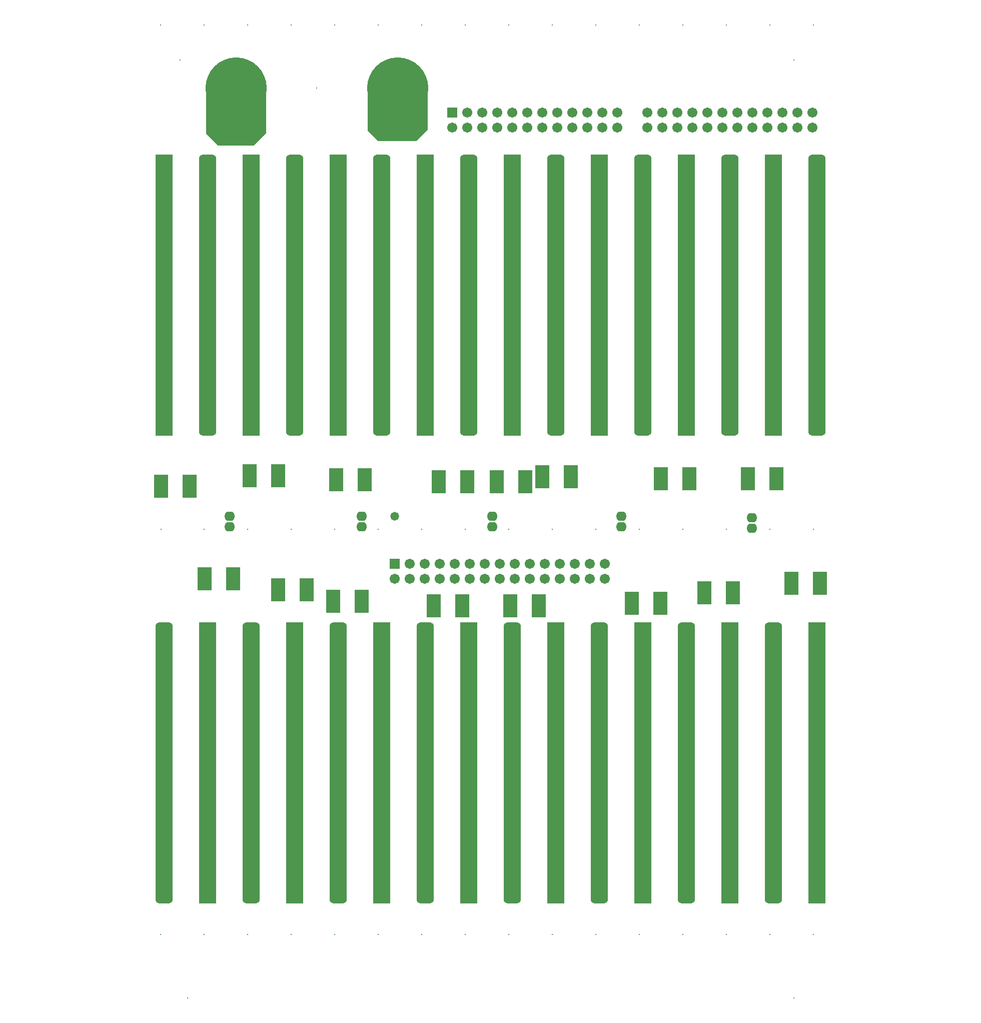
<source format=gts>
%FSLAX25Y25*%
%MOIN*%
G70*
G01*
G75*
G04 Layer_Color=8388736*
%ADD10R,0.09000X0.15000*%
%ADD11C,0.05000*%
%ADD12C,0.02500*%
%ADD13R,0.46000X0.47000*%
%ADD14R,0.35500X1.86000*%
%ADD15R,0.36000X1.86000*%
%ADD16R,0.37000X1.86000*%
%ADD17R,0.36500X1.86000*%
%ADD18R,0.39000X1.87000*%
%ADD19R,0.37000X1.87000*%
%ADD20R,0.37500X1.87000*%
%ADD21R,0.38000X1.87000*%
%ADD22R,0.15000X1.88000*%
%ADD23O,0.06300X0.05500*%
%ADD24C,0.40000*%
%ADD25R,0.05906X0.05906*%
%ADD26C,0.05906*%
%ADD27C,0.05906*%
%ADD28R,0.10780X1.86811*%
G04:AMPARAMS|DCode=29|XSize=1868.11mil|YSize=107.8mil|CornerRadius=26.95mil|HoleSize=0mil|Usage=FLASHONLY|Rotation=270.000|XOffset=0mil|YOffset=0mil|HoleType=Round|Shape=RoundedRectangle|*
%AMROUNDEDRECTD29*
21,1,1.86811,0.05390,0,0,270.0*
21,1,1.81421,0.10780,0,0,270.0*
1,1,0.05390,-0.02695,-0.90711*
1,1,0.05390,-0.02695,0.90711*
1,1,0.05390,0.02695,0.90711*
1,1,0.05390,0.02695,-0.90711*
%
%ADD29ROUNDEDRECTD29*%
%ADD30C,0.05000*%
%ADD31C,0.01000*%
%ADD32C,0.01500*%
%ADD33R,0.43000X0.45000*%
%ADD34R,0.37500X1.86000*%
%ADD35C,0.00700*%
%ADD36C,0.00787*%
%ADD37C,0.00800*%
%ADD38R,0.09800X0.15800*%
%ADD39O,0.07100X0.06300*%
%ADD40C,0.40800*%
%ADD41R,0.06706X0.06706*%
%ADD42C,0.06706*%
%ADD43C,0.06706*%
%ADD44R,0.11580X1.87611*%
G04:AMPARAMS|DCode=45|XSize=1876.11mil|YSize=115.8mil|CornerRadius=30.95mil|HoleSize=0mil|Usage=FLASHONLY|Rotation=270.000|XOffset=0mil|YOffset=0mil|HoleType=Round|Shape=RoundedRectangle|*
%AMROUNDEDRECTD45*
21,1,1.87611,0.05390,0,0,270.0*
21,1,1.81421,0.11580,0,0,270.0*
1,1,0.06190,-0.02695,-0.90711*
1,1,0.06190,-0.02695,0.90711*
1,1,0.06190,0.02695,0.90711*
1,1,0.06190,0.02695,-0.90711*
%
%ADD45ROUNDEDRECTD45*%
%ADD46C,0.00800*%
%ADD47C,0.05800*%
G36*
X82500Y606500D02*
X74000Y598000D01*
X50500D01*
X42500Y606000D01*
Y636500D01*
X82500D01*
Y606500D01*
D02*
G37*
G36*
X190000Y608500D02*
X182500Y601000D01*
X157000D01*
X150000Y608000D01*
Y638000D01*
X190000D01*
Y608500D01*
D02*
G37*
D38*
X12500Y371000D02*
D03*
X31500D02*
D03*
X41500Y309500D02*
D03*
X60500D02*
D03*
X71500Y378000D02*
D03*
X90500D02*
D03*
Y302000D02*
D03*
X109500D02*
D03*
X129000Y375500D02*
D03*
X148000D02*
D03*
X127000Y294500D02*
D03*
X146000D02*
D03*
X197500Y374000D02*
D03*
X216500D02*
D03*
X213000Y291500D02*
D03*
X194000D02*
D03*
X255000Y374000D02*
D03*
X236000D02*
D03*
X264000Y291500D02*
D03*
X245000D02*
D03*
X266500Y377500D02*
D03*
X285500D02*
D03*
X326000Y293000D02*
D03*
X345000D02*
D03*
X345500Y376000D02*
D03*
X364500D02*
D03*
X374500Y300000D02*
D03*
X393500D02*
D03*
X403500Y376000D02*
D03*
X422500D02*
D03*
X432500Y306500D02*
D03*
X451500D02*
D03*
D39*
X58000Y343957D02*
D03*
Y351043D02*
D03*
X146000Y343957D02*
D03*
Y351043D02*
D03*
X233000Y343957D02*
D03*
Y351043D02*
D03*
X319000Y343957D02*
D03*
Y351043D02*
D03*
X406000Y342957D02*
D03*
Y350043D02*
D03*
D40*
X170000Y636500D02*
D03*
X62500D02*
D03*
D41*
X206500Y620000D02*
D03*
X168000Y319500D02*
D03*
D42*
X206500Y610000D02*
D03*
X216500Y620000D02*
D03*
Y610000D02*
D03*
X226500Y620000D02*
D03*
Y610000D02*
D03*
X236500Y620000D02*
D03*
Y610000D02*
D03*
X246500Y620000D02*
D03*
Y610000D02*
D03*
X256500Y620000D02*
D03*
Y610000D02*
D03*
X266500Y620000D02*
D03*
Y610000D02*
D03*
X276500Y620000D02*
D03*
Y610000D02*
D03*
X286500Y620000D02*
D03*
Y610000D02*
D03*
X296500Y620000D02*
D03*
Y610000D02*
D03*
X306500Y620000D02*
D03*
Y610000D02*
D03*
X316500Y620000D02*
D03*
Y610000D02*
D03*
X336500Y620000D02*
D03*
Y610000D02*
D03*
X346500Y620000D02*
D03*
Y610000D02*
D03*
X356500Y620000D02*
D03*
Y610000D02*
D03*
X366500Y620000D02*
D03*
Y610000D02*
D03*
X376500Y620000D02*
D03*
Y610000D02*
D03*
X386500Y620000D02*
D03*
Y610000D02*
D03*
X396500Y620000D02*
D03*
Y610000D02*
D03*
X406500Y620000D02*
D03*
Y610000D02*
D03*
X416500Y620000D02*
D03*
Y610000D02*
D03*
X426500Y620000D02*
D03*
Y610000D02*
D03*
X436500Y620000D02*
D03*
Y610000D02*
D03*
X446500Y620000D02*
D03*
Y610000D02*
D03*
X308000Y319500D02*
D03*
Y309500D02*
D03*
X298000D02*
D03*
Y319500D02*
D03*
X278000Y309500D02*
D03*
Y319500D02*
D03*
X268000Y309500D02*
D03*
Y319500D02*
D03*
X258000Y309500D02*
D03*
Y319500D02*
D03*
X248000Y309500D02*
D03*
Y319500D02*
D03*
X238000Y309500D02*
D03*
Y319500D02*
D03*
X228000Y309500D02*
D03*
Y319500D02*
D03*
X218000Y309500D02*
D03*
Y319500D02*
D03*
X208000Y309500D02*
D03*
Y319500D02*
D03*
X198000Y309500D02*
D03*
Y319500D02*
D03*
X188000Y309500D02*
D03*
Y319500D02*
D03*
X178000Y309500D02*
D03*
Y319500D02*
D03*
X168000Y309500D02*
D03*
D43*
X288000D02*
D03*
Y319500D02*
D03*
D44*
X449500Y186716D02*
D03*
X420500Y498283D02*
D03*
X391500Y186716D02*
D03*
X362500Y498283D02*
D03*
X333500Y186716D02*
D03*
X304500Y498283D02*
D03*
X275500Y186716D02*
D03*
X246500Y498283D02*
D03*
X217500Y186716D02*
D03*
X101500D02*
D03*
X43500D02*
D03*
X188500Y498283D02*
D03*
X159500Y186716D02*
D03*
X130500Y498283D02*
D03*
X72500D02*
D03*
X14500D02*
D03*
D45*
X449500D02*
D03*
X420500Y186716D02*
D03*
X391500Y498283D02*
D03*
X362500Y186716D02*
D03*
X333500Y498283D02*
D03*
X304500Y186716D02*
D03*
X275500Y498283D02*
D03*
X246500Y186716D02*
D03*
X217500Y498283D02*
D03*
X101500D02*
D03*
X43500D02*
D03*
X188500Y186716D02*
D03*
X159500Y498283D02*
D03*
X130500Y186716D02*
D03*
X72500D02*
D03*
X14500D02*
D03*
D46*
X116000Y636500D02*
D03*
X434000Y30000D02*
D03*
X30000D02*
D03*
X25000Y655000D02*
D03*
X434000D02*
D03*
X447100Y72200D02*
D03*
X418100D02*
D03*
X389100D02*
D03*
X360100D02*
D03*
X331100D02*
D03*
X302100D02*
D03*
X273100D02*
D03*
X244100D02*
D03*
X215100D02*
D03*
X186100D02*
D03*
X157100D02*
D03*
X128100D02*
D03*
X99100D02*
D03*
X41100D02*
D03*
X12100D02*
D03*
X70100D02*
D03*
X447100Y342200D02*
D03*
X418100D02*
D03*
X389100D02*
D03*
X360100D02*
D03*
X331100D02*
D03*
X302100D02*
D03*
X273100D02*
D03*
X244100D02*
D03*
X215100D02*
D03*
X186100D02*
D03*
X157100D02*
D03*
X128100D02*
D03*
X99100D02*
D03*
X41100D02*
D03*
X12500D02*
D03*
X70100D02*
D03*
X447100Y678500D02*
D03*
X418100D02*
D03*
X389100D02*
D03*
X360100D02*
D03*
X331100D02*
D03*
X302100D02*
D03*
X273100D02*
D03*
X244100D02*
D03*
X215100D02*
D03*
X186100D02*
D03*
X157100D02*
D03*
X128100D02*
D03*
X99100D02*
D03*
X41100D02*
D03*
X12100D02*
D03*
X70100D02*
D03*
D47*
X168000Y351000D02*
D03*
M02*

</source>
